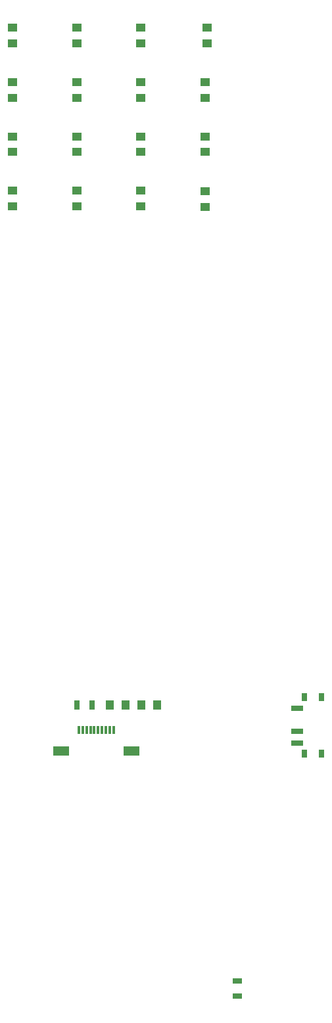
<source format=gbp>
G04 #@! TF.FileFunction,Paste,Bot*
%FSLAX46Y46*%
G04 Gerber Fmt 4.6, Leading zero omitted, Abs format (unit mm)*
G04 Created by KiCad (PCBNEW 4.0.7-e2-6376~58~ubuntu14.04.1) date Tue Sep  5 20:37:50 2017*
%MOMM*%
%LPD*%
G01*
G04 APERTURE LIST*
%ADD10C,0.100000*%
%ADD11R,1.500000X0.700000*%
%ADD12R,0.800000X1.000000*%
%ADD13R,1.250000X1.000000*%
%ADD14R,1.000000X1.250000*%
%ADD15R,0.300000X1.000000*%
%ADD16R,2.000000X1.300000*%
%ADD17R,1.300000X0.700000*%
%ADD18R,0.700000X1.300000*%
G04 APERTURE END LIST*
D10*
D11*
X154900000Y-121650000D03*
X154900000Y-120150000D03*
X154900000Y-117150000D03*
D12*
X158000000Y-115750000D03*
X155800000Y-115750000D03*
X155800000Y-123050000D03*
X158000000Y-123050000D03*
D13*
X118250000Y-29500000D03*
X118250000Y-31500000D03*
X126500000Y-29500000D03*
X126500000Y-31500000D03*
X134750000Y-29500000D03*
X134750000Y-31500000D03*
X143250000Y-29500000D03*
X143250000Y-31500000D03*
X118250000Y-36500000D03*
X118250000Y-38500000D03*
X126500000Y-36500000D03*
X126500000Y-38500000D03*
X134750000Y-36500000D03*
X134750000Y-38500000D03*
X143000000Y-36500000D03*
X143000000Y-38500000D03*
X118250000Y-43500000D03*
X118250000Y-45500000D03*
X126500000Y-43500000D03*
X126500000Y-45500000D03*
X134750000Y-43500000D03*
X134750000Y-45500000D03*
X143010000Y-45500000D03*
X143010000Y-43500000D03*
X118250000Y-52500000D03*
X118250000Y-50500000D03*
X126510000Y-52500000D03*
X126510000Y-50500000D03*
X134750000Y-52500000D03*
X134750000Y-50500000D03*
D14*
X132750000Y-116750000D03*
X130750000Y-116750000D03*
X134850000Y-116750000D03*
X136850000Y-116750000D03*
D15*
X131250000Y-120000000D03*
X130750000Y-120000000D03*
X130250000Y-120000000D03*
X129750000Y-120000000D03*
X129250000Y-120000000D03*
X128750000Y-120000000D03*
X128250000Y-120000000D03*
X127750000Y-120000000D03*
X127250000Y-120000000D03*
X126750000Y-120000000D03*
D16*
X133550000Y-122700000D03*
X124450000Y-122700000D03*
D17*
X147200000Y-154250000D03*
X147200000Y-152350000D03*
D18*
X126550000Y-116750000D03*
X128450000Y-116750000D03*
D13*
X143000000Y-52560000D03*
X143000000Y-50560000D03*
M02*

</source>
